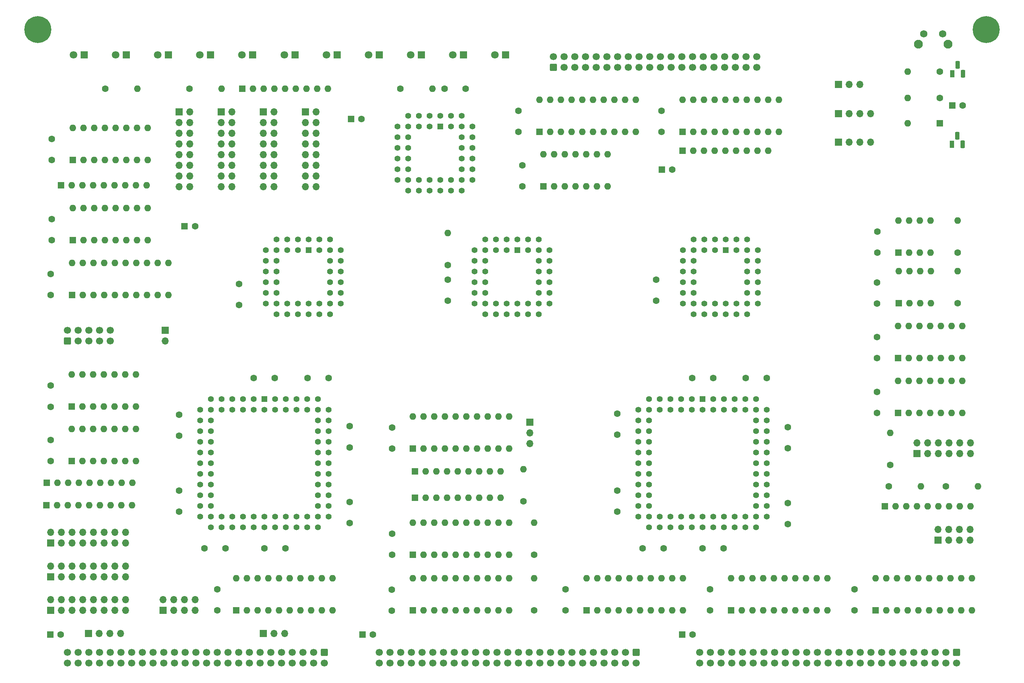
<source format=gbr>
%TF.GenerationSoftware,KiCad,Pcbnew,(6.0.11)*%
%TF.CreationDate,2023-11-15T19:52:28-05:00*%
%TF.ProjectId,Slick,536c6963-6b2e-46b6-9963-61645f706362,rev?*%
%TF.SameCoordinates,Original*%
%TF.FileFunction,Soldermask,Bot*%
%TF.FilePolarity,Negative*%
%FSLAX46Y46*%
G04 Gerber Fmt 4.6, Leading zero omitted, Abs format (unit mm)*
G04 Created by KiCad (PCBNEW (6.0.11)) date 2023-11-15 19:52:28*
%MOMM*%
%LPD*%
G01*
G04 APERTURE LIST*
G04 Aperture macros list*
%AMRoundRect*
0 Rectangle with rounded corners*
0 $1 Rounding radius*
0 $2 $3 $4 $5 $6 $7 $8 $9 X,Y pos of 4 corners*
0 Add a 4 corners polygon primitive as box body*
4,1,4,$2,$3,$4,$5,$6,$7,$8,$9,$2,$3,0*
0 Add four circle primitives for the rounded corners*
1,1,$1+$1,$2,$3*
1,1,$1+$1,$4,$5*
1,1,$1+$1,$6,$7*
1,1,$1+$1,$8,$9*
0 Add four rect primitives between the rounded corners*
20,1,$1+$1,$2,$3,$4,$5,0*
20,1,$1+$1,$4,$5,$6,$7,0*
20,1,$1+$1,$6,$7,$8,$9,0*
20,1,$1+$1,$8,$9,$2,$3,0*%
G04 Aperture macros list end*
%ADD10RoundRect,0.250000X-0.600000X0.600000X-0.600000X-0.600000X0.600000X-0.600000X0.600000X0.600000X0*%
%ADD11C,1.700000*%
%ADD12C,1.600000*%
%ADD13R,1.600000X1.600000*%
%ADD14R,1.800000X1.800000*%
%ADD15C,1.800000*%
%ADD16O,1.600000X1.600000*%
%ADD17C,6.400000*%
%ADD18R,1.700000X1.700000*%
%ADD19O,1.700000X1.700000*%
%ADD20R,1.422400X1.422400*%
%ADD21C,1.422400*%
%ADD22RoundRect,0.250000X0.600000X-0.600000X0.600000X0.600000X-0.600000X0.600000X-0.600000X-0.600000X0*%
%ADD23C,2.100000*%
%ADD24C,1.750000*%
%ADD25R,1.100000X1.800000*%
%ADD26RoundRect,0.275000X-0.275000X-0.625000X0.275000X-0.625000X0.275000X0.625000X-0.275000X0.625000X0*%
G04 APERTURE END LIST*
D10*
%TO.C,P1*%
X108000000Y-223000000D03*
D11*
X108000000Y-225540000D03*
X105460000Y-223000000D03*
X105460000Y-225540000D03*
X102920000Y-223000000D03*
X102920000Y-225540000D03*
X100380000Y-223000000D03*
X100380000Y-225540000D03*
X97840000Y-223000000D03*
X97840000Y-225540000D03*
X95300000Y-223000000D03*
X95300000Y-225540000D03*
X92760000Y-223000000D03*
X92760000Y-225540000D03*
X90220000Y-223000000D03*
X90220000Y-225540000D03*
X87680000Y-223000000D03*
X87680000Y-225540000D03*
X85140000Y-223000000D03*
X85140000Y-225540000D03*
X82600000Y-223000000D03*
X82600000Y-225540000D03*
X80060000Y-223000000D03*
X80060000Y-225540000D03*
X77520000Y-223000000D03*
X77520000Y-225540000D03*
X74980000Y-223000000D03*
X74980000Y-225540000D03*
X72440000Y-223000000D03*
X72440000Y-225540000D03*
X69900000Y-223000000D03*
X69900000Y-225540000D03*
X67360000Y-223000000D03*
X67360000Y-225540000D03*
X64820000Y-223000000D03*
X64820000Y-225540000D03*
X62280000Y-223000000D03*
X62280000Y-225540000D03*
X59740000Y-223000000D03*
X59740000Y-225540000D03*
X57200000Y-223000000D03*
X57200000Y-225540000D03*
X54660000Y-223000000D03*
X54660000Y-225540000D03*
X52120000Y-223000000D03*
X52120000Y-225540000D03*
X49580000Y-223000000D03*
X49580000Y-225540000D03*
X47040000Y-223000000D03*
X47040000Y-225540000D03*
%TD*%
D12*
%TO.C,C2*%
X165250000Y-208000000D03*
X165250000Y-213000000D03*
%TD*%
%TO.C,C3*%
X239125000Y-148050000D03*
X239125000Y-153050000D03*
%TD*%
%TO.C,C5*%
X124100000Y-169550000D03*
X124100000Y-174550000D03*
%TD*%
%TO.C,C8*%
X199500000Y-208000000D03*
X199500000Y-213000000D03*
%TD*%
%TO.C,C10*%
X42995000Y-159600000D03*
X42995000Y-164600000D03*
%TD*%
%TO.C,C14*%
X239250000Y-123000000D03*
X239250000Y-128000000D03*
%TD*%
%TO.C,C15*%
X137250000Y-134400000D03*
X137250000Y-139400000D03*
%TD*%
D13*
%TO.C,C25*%
X42929600Y-218750000D03*
D12*
X45429600Y-218750000D03*
%TD*%
D13*
%TO.C,C26*%
X74794900Y-121750000D03*
D12*
X77294900Y-121750000D03*
%TD*%
%TO.C,C17*%
X87750000Y-135390000D03*
X87750000Y-140390000D03*
%TD*%
%TO.C,C20*%
X124000000Y-208050000D03*
X124000000Y-213050000D03*
%TD*%
D13*
%TO.C,C27*%
X117000000Y-218750000D03*
D12*
X119500000Y-218750000D03*
%TD*%
D13*
%TO.C,C28*%
X192884700Y-218750000D03*
D12*
X195384700Y-218750000D03*
%TD*%
D13*
%TO.C,C29*%
X188044900Y-108250000D03*
D12*
X190544900Y-108250000D03*
%TD*%
D14*
%TO.C,D4*%
X81000000Y-81000000D03*
D15*
X78460000Y-81000000D03*
%TD*%
D14*
%TO.C,D5*%
X61000000Y-81000000D03*
D15*
X58460000Y-81000000D03*
%TD*%
D14*
%TO.C,D6*%
X71000000Y-81000000D03*
D15*
X68460000Y-81000000D03*
%TD*%
D14*
%TO.C,D1*%
X91000000Y-81000000D03*
D15*
X88460000Y-81000000D03*
%TD*%
D14*
%TO.C,D2*%
X101000000Y-81000000D03*
D15*
X98460000Y-81000000D03*
%TD*%
D12*
%TO.C,R5*%
X76000000Y-89000000D03*
D16*
X83620000Y-89000000D03*
%TD*%
D12*
%TO.C,R6*%
X56000000Y-89000000D03*
D16*
X63620000Y-89000000D03*
%TD*%
D13*
%TO.C,RN2*%
X241015000Y-188250000D03*
D16*
X243555000Y-188250000D03*
X246095000Y-188250000D03*
X248635000Y-188250000D03*
X251175000Y-188250000D03*
X253715000Y-188250000D03*
X256255000Y-188250000D03*
X258795000Y-188250000D03*
X261335000Y-188250000D03*
%TD*%
D13*
%TO.C,U4*%
X47995000Y-164550000D03*
D16*
X50535000Y-164550000D03*
X53075000Y-164550000D03*
X55615000Y-164550000D03*
X58155000Y-164550000D03*
X60695000Y-164550000D03*
X63235000Y-164550000D03*
X63235000Y-156930000D03*
X60695000Y-156930000D03*
X58155000Y-156930000D03*
X55615000Y-156930000D03*
X53075000Y-156930000D03*
X50535000Y-156930000D03*
X47995000Y-156930000D03*
%TD*%
D13*
%TO.C,U5*%
X128975000Y-212950000D03*
D16*
X131515000Y-212950000D03*
X134055000Y-212950000D03*
X136595000Y-212950000D03*
X139135000Y-212950000D03*
X141675000Y-212950000D03*
X144215000Y-212950000D03*
X146755000Y-212950000D03*
X149295000Y-212950000D03*
X151835000Y-212950000D03*
X151835000Y-205330000D03*
X149295000Y-205330000D03*
X146755000Y-205330000D03*
X144215000Y-205330000D03*
X141675000Y-205330000D03*
X139135000Y-205330000D03*
X136595000Y-205330000D03*
X134055000Y-205330000D03*
X131515000Y-205330000D03*
X128975000Y-205330000D03*
%TD*%
D13*
%TO.C,U6*%
X128975000Y-174550000D03*
D16*
X131515000Y-174550000D03*
X134055000Y-174550000D03*
X136595000Y-174550000D03*
X139135000Y-174550000D03*
X141675000Y-174550000D03*
X144215000Y-174550000D03*
X146755000Y-174550000D03*
X149295000Y-174550000D03*
X151835000Y-174550000D03*
X151835000Y-166930000D03*
X149295000Y-166930000D03*
X146755000Y-166930000D03*
X144215000Y-166930000D03*
X141675000Y-166930000D03*
X139135000Y-166930000D03*
X136595000Y-166930000D03*
X134055000Y-166930000D03*
X131515000Y-166930000D03*
X128975000Y-166930000D03*
%TD*%
D13*
%TO.C,U8*%
X204500000Y-213000000D03*
D16*
X207040000Y-213000000D03*
X209580000Y-213000000D03*
X212120000Y-213000000D03*
X214660000Y-213000000D03*
X217200000Y-213000000D03*
X219740000Y-213000000D03*
X222280000Y-213000000D03*
X224820000Y-213000000D03*
X227360000Y-213000000D03*
X227360000Y-205380000D03*
X224820000Y-205380000D03*
X222280000Y-205380000D03*
X219740000Y-205380000D03*
X217200000Y-205380000D03*
X214660000Y-205380000D03*
X212120000Y-205380000D03*
X209580000Y-205380000D03*
X207040000Y-205380000D03*
X204500000Y-205380000D03*
%TD*%
D13*
%TO.C,U1*%
X128975000Y-199800000D03*
D16*
X131515000Y-199800000D03*
X134055000Y-199800000D03*
X136595000Y-199800000D03*
X139135000Y-199800000D03*
X141675000Y-199800000D03*
X144215000Y-199800000D03*
X146755000Y-199800000D03*
X149295000Y-199800000D03*
X151835000Y-199800000D03*
X151835000Y-192180000D03*
X149295000Y-192180000D03*
X146755000Y-192180000D03*
X144215000Y-192180000D03*
X141675000Y-192180000D03*
X139135000Y-192180000D03*
X136595000Y-192180000D03*
X134055000Y-192180000D03*
X131515000Y-192180000D03*
X128975000Y-192180000D03*
%TD*%
D10*
%TO.C,P2*%
X182000000Y-223000000D03*
D11*
X182000000Y-225540000D03*
X179460000Y-223000000D03*
X179460000Y-225540000D03*
X176920000Y-223000000D03*
X176920000Y-225540000D03*
X174380000Y-223000000D03*
X174380000Y-225540000D03*
X171840000Y-223000000D03*
X171840000Y-225540000D03*
X169300000Y-223000000D03*
X169300000Y-225540000D03*
X166760000Y-223000000D03*
X166760000Y-225540000D03*
X164220000Y-223000000D03*
X164220000Y-225540000D03*
X161680000Y-223000000D03*
X161680000Y-225540000D03*
X159140000Y-223000000D03*
X159140000Y-225540000D03*
X156600000Y-223000000D03*
X156600000Y-225540000D03*
X154060000Y-223000000D03*
X154060000Y-225540000D03*
X151520000Y-223000000D03*
X151520000Y-225540000D03*
X148980000Y-223000000D03*
X148980000Y-225540000D03*
X146440000Y-223000000D03*
X146440000Y-225540000D03*
X143900000Y-223000000D03*
X143900000Y-225540000D03*
X141360000Y-223000000D03*
X141360000Y-225540000D03*
X138820000Y-223000000D03*
X138820000Y-225540000D03*
X136280000Y-223000000D03*
X136280000Y-225540000D03*
X133740000Y-223000000D03*
X133740000Y-225540000D03*
X131200000Y-223000000D03*
X131200000Y-225540000D03*
X128660000Y-223000000D03*
X128660000Y-225540000D03*
X126120000Y-223000000D03*
X126120000Y-225540000D03*
X123580000Y-223000000D03*
X123580000Y-225540000D03*
X121040000Y-223000000D03*
X121040000Y-225540000D03*
%TD*%
D17*
%TO.C,H2*%
X265000000Y-75000000D03*
%TD*%
D13*
%TO.C,RN1*%
X129500000Y-180000000D03*
D16*
X132040000Y-180000000D03*
X134580000Y-180000000D03*
X137120000Y-180000000D03*
X139660000Y-180000000D03*
X142200000Y-180000000D03*
X144740000Y-180000000D03*
X147280000Y-180000000D03*
X149820000Y-180000000D03*
%TD*%
D13*
%TO.C,U11*%
X87075000Y-213025000D03*
D16*
X89615000Y-213025000D03*
X92155000Y-213025000D03*
X94695000Y-213025000D03*
X97235000Y-213025000D03*
X99775000Y-213025000D03*
X102315000Y-213025000D03*
X104855000Y-213025000D03*
X107395000Y-213025000D03*
X109935000Y-213025000D03*
X109935000Y-205405000D03*
X107395000Y-205405000D03*
X104855000Y-205405000D03*
X102315000Y-205405000D03*
X99775000Y-205405000D03*
X97235000Y-205405000D03*
X94695000Y-205405000D03*
X92155000Y-205405000D03*
X89615000Y-205405000D03*
X87075000Y-205405000D03*
%TD*%
D13*
%TO.C,U16*%
X238750000Y-213000000D03*
D16*
X241290000Y-213000000D03*
X243830000Y-213000000D03*
X246370000Y-213000000D03*
X248910000Y-213000000D03*
X251450000Y-213000000D03*
X253990000Y-213000000D03*
X256530000Y-213000000D03*
X259070000Y-213000000D03*
X261610000Y-213000000D03*
X261610000Y-205380000D03*
X259070000Y-205380000D03*
X256530000Y-205380000D03*
X253990000Y-205380000D03*
X251450000Y-205380000D03*
X248910000Y-205380000D03*
X246370000Y-205380000D03*
X243830000Y-205380000D03*
X241290000Y-205380000D03*
X238750000Y-205380000D03*
%TD*%
D18*
%TO.C,J3*%
X83500000Y-94500000D03*
D19*
X86040000Y-94500000D03*
X83500000Y-97040000D03*
X86040000Y-97040000D03*
X83500000Y-99580000D03*
X86040000Y-99580000D03*
X83500000Y-102120000D03*
X86040000Y-102120000D03*
X83500000Y-104660000D03*
X86040000Y-104660000D03*
X83500000Y-107200000D03*
X86040000Y-107200000D03*
X83500000Y-109740000D03*
X86040000Y-109740000D03*
X83500000Y-112280000D03*
X86040000Y-112280000D03*
%TD*%
D18*
%TO.C,J1*%
X103500000Y-94500000D03*
D19*
X106040000Y-94500000D03*
X103500000Y-97040000D03*
X106040000Y-97040000D03*
X103500000Y-99580000D03*
X106040000Y-99580000D03*
X103500000Y-102120000D03*
X106040000Y-102120000D03*
X103500000Y-104660000D03*
X106040000Y-104660000D03*
X103500000Y-107200000D03*
X106040000Y-107200000D03*
X103500000Y-109740000D03*
X106040000Y-109740000D03*
X103500000Y-112280000D03*
X106040000Y-112280000D03*
%TD*%
D12*
%TO.C,C19*%
X42995000Y-172500000D03*
X42995000Y-177500000D03*
%TD*%
%TO.C,C16*%
X82575000Y-208025000D03*
X82575000Y-213025000D03*
%TD*%
D13*
%TO.C,U3*%
X47995000Y-177500000D03*
D16*
X50535000Y-177500000D03*
X53075000Y-177500000D03*
X55615000Y-177500000D03*
X58155000Y-177500000D03*
X60695000Y-177500000D03*
X63235000Y-177500000D03*
X63235000Y-169880000D03*
X60695000Y-169880000D03*
X58155000Y-169880000D03*
X55615000Y-169880000D03*
X53075000Y-169880000D03*
X50535000Y-169880000D03*
X47995000Y-169880000D03*
%TD*%
D17*
%TO.C,H1*%
X40000000Y-75000000D03*
%TD*%
D14*
%TO.C,D7*%
X51000000Y-81000000D03*
D15*
X48460000Y-81000000D03*
%TD*%
D10*
%TO.C,P3*%
X258000000Y-223000000D03*
D11*
X258000000Y-225540000D03*
X255460000Y-223000000D03*
X255460000Y-225540000D03*
X252920000Y-223000000D03*
X252920000Y-225540000D03*
X250380000Y-223000000D03*
X250380000Y-225540000D03*
X247840000Y-223000000D03*
X247840000Y-225540000D03*
X245300000Y-223000000D03*
X245300000Y-225540000D03*
X242760000Y-223000000D03*
X242760000Y-225540000D03*
X240220000Y-223000000D03*
X240220000Y-225540000D03*
X237680000Y-223000000D03*
X237680000Y-225540000D03*
X235140000Y-223000000D03*
X235140000Y-225540000D03*
X232600000Y-223000000D03*
X232600000Y-225540000D03*
X230060000Y-223000000D03*
X230060000Y-225540000D03*
X227520000Y-223000000D03*
X227520000Y-225540000D03*
X224980000Y-223000000D03*
X224980000Y-225540000D03*
X222440000Y-223000000D03*
X222440000Y-225540000D03*
X219900000Y-223000000D03*
X219900000Y-225540000D03*
X217360000Y-223000000D03*
X217360000Y-225540000D03*
X214820000Y-223000000D03*
X214820000Y-225540000D03*
X212280000Y-223000000D03*
X212280000Y-225540000D03*
X209740000Y-223000000D03*
X209740000Y-225540000D03*
X207200000Y-223000000D03*
X207200000Y-225540000D03*
X204660000Y-223000000D03*
X204660000Y-225540000D03*
X202120000Y-223000000D03*
X202120000Y-225540000D03*
X199580000Y-223000000D03*
X199580000Y-225540000D03*
X197040000Y-223000000D03*
X197040000Y-225540000D03*
%TD*%
D20*
%TO.C,U13*%
X197750000Y-162760000D03*
D21*
X197750000Y-165300000D03*
X195210000Y-162760000D03*
X195210000Y-165300000D03*
X192670000Y-162760000D03*
X192670000Y-165300000D03*
X190130000Y-162760000D03*
X190130000Y-165300000D03*
X187590000Y-162760000D03*
X187590000Y-165300000D03*
X185050000Y-162760000D03*
X182510000Y-165300000D03*
X185050000Y-165300000D03*
X182510000Y-167840000D03*
X185050000Y-167840000D03*
X182510000Y-170380000D03*
X185050000Y-170380000D03*
X182510000Y-172920000D03*
X185050000Y-172920000D03*
X182510000Y-175460000D03*
X185050000Y-175460000D03*
X182510000Y-178000000D03*
X185050000Y-178000000D03*
X182510000Y-180540000D03*
X185050000Y-180540000D03*
X182510000Y-183080000D03*
X185050000Y-183080000D03*
X182510000Y-185620000D03*
X185050000Y-185620000D03*
X182510000Y-188160000D03*
X185050000Y-188160000D03*
X182510000Y-190700000D03*
X185050000Y-193240000D03*
X185050000Y-190700000D03*
X187590000Y-193240000D03*
X187590000Y-190700000D03*
X190130000Y-193240000D03*
X190130000Y-190700000D03*
X192670000Y-193240000D03*
X192670000Y-190700000D03*
X195210000Y-193240000D03*
X195210000Y-190700000D03*
X197750000Y-193240000D03*
X197750000Y-190700000D03*
X200290000Y-193240000D03*
X200290000Y-190700000D03*
X202830000Y-193240000D03*
X202830000Y-190700000D03*
X205370000Y-193240000D03*
X205370000Y-190700000D03*
X207910000Y-193240000D03*
X207910000Y-190700000D03*
X210450000Y-193240000D03*
X212990000Y-190700000D03*
X210450000Y-190700000D03*
X212990000Y-188160000D03*
X210450000Y-188160000D03*
X212990000Y-185620000D03*
X210450000Y-185620000D03*
X212990000Y-183080000D03*
X210450000Y-183080000D03*
X212990000Y-180540000D03*
X210450000Y-180540000D03*
X212990000Y-178000000D03*
X210450000Y-178000000D03*
X212990000Y-175460000D03*
X210450000Y-175460000D03*
X212990000Y-172920000D03*
X210450000Y-172920000D03*
X212990000Y-170380000D03*
X210450000Y-170380000D03*
X212990000Y-167840000D03*
X210450000Y-167840000D03*
X212990000Y-165300000D03*
X210450000Y-162760000D03*
X210450000Y-165300000D03*
X207910000Y-162760000D03*
X207910000Y-165300000D03*
X205370000Y-162760000D03*
X205370000Y-165300000D03*
X202830000Y-162760000D03*
X202830000Y-165300000D03*
X200290000Y-162760000D03*
X200290000Y-165300000D03*
%TD*%
D12*
%TO.C,C36*%
X188000000Y-94250000D03*
X188000000Y-99250000D03*
%TD*%
%TO.C,C38*%
X124075000Y-194800000D03*
X124075000Y-199800000D03*
%TD*%
D13*
%TO.C,C46*%
X114294900Y-96250000D03*
D12*
X116794900Y-96250000D03*
%TD*%
D14*
%TO.C,D8*%
X121000000Y-81000000D03*
D15*
X118460000Y-81000000D03*
%TD*%
D14*
%TO.C,D10*%
X131000000Y-81000000D03*
D15*
X128460000Y-81000000D03*
%TD*%
D12*
%TO.C,R21*%
X126000000Y-89000000D03*
D16*
X133620000Y-89000000D03*
%TD*%
D13*
%TO.C,U17*%
X244125000Y-166050000D03*
D16*
X246665000Y-166050000D03*
X249205000Y-166050000D03*
X251745000Y-166050000D03*
X254285000Y-166050000D03*
X256825000Y-166050000D03*
X259365000Y-166050000D03*
X259365000Y-158430000D03*
X256825000Y-158430000D03*
X254285000Y-158430000D03*
X251745000Y-158430000D03*
X249205000Y-158430000D03*
X246665000Y-158430000D03*
X244125000Y-158430000D03*
%TD*%
D20*
%TO.C,U19*%
X153750000Y-127400000D03*
D21*
X151210000Y-124860000D03*
X151210000Y-127400000D03*
X148670000Y-124860000D03*
X148670000Y-127400000D03*
X146130000Y-124860000D03*
X143590000Y-127400000D03*
X146130000Y-127400000D03*
X143590000Y-129940000D03*
X146130000Y-129940000D03*
X143590000Y-132480000D03*
X146130000Y-132480000D03*
X143590000Y-135020000D03*
X146130000Y-135020000D03*
X143590000Y-137560000D03*
X146130000Y-137560000D03*
X143590000Y-140100000D03*
X146130000Y-142640000D03*
X146130000Y-140100000D03*
X148670000Y-142640000D03*
X148670000Y-140100000D03*
X151210000Y-142640000D03*
X151210000Y-140100000D03*
X153750000Y-142640000D03*
X153750000Y-140100000D03*
X156290000Y-142640000D03*
X156290000Y-140100000D03*
X158830000Y-142640000D03*
X161370000Y-140100000D03*
X158830000Y-140100000D03*
X161370000Y-137560000D03*
X158830000Y-137560000D03*
X161370000Y-135020000D03*
X158830000Y-135020000D03*
X161370000Y-132480000D03*
X158830000Y-132480000D03*
X161370000Y-129940000D03*
X158830000Y-129940000D03*
X161370000Y-127400000D03*
X158830000Y-124860000D03*
X158830000Y-127400000D03*
X156290000Y-124860000D03*
X156290000Y-127400000D03*
X153750000Y-124860000D03*
%TD*%
D20*
%TO.C,U7*%
X104250000Y-127390000D03*
D21*
X101710000Y-124850000D03*
X101710000Y-127390000D03*
X99170000Y-124850000D03*
X99170000Y-127390000D03*
X96630000Y-124850000D03*
X94090000Y-127390000D03*
X96630000Y-127390000D03*
X94090000Y-129930000D03*
X96630000Y-129930000D03*
X94090000Y-132470000D03*
X96630000Y-132470000D03*
X94090000Y-135010000D03*
X96630000Y-135010000D03*
X94090000Y-137550000D03*
X96630000Y-137550000D03*
X94090000Y-140090000D03*
X96630000Y-142630000D03*
X96630000Y-140090000D03*
X99170000Y-142630000D03*
X99170000Y-140090000D03*
X101710000Y-142630000D03*
X101710000Y-140090000D03*
X104250000Y-142630000D03*
X104250000Y-140090000D03*
X106790000Y-142630000D03*
X106790000Y-140090000D03*
X109330000Y-142630000D03*
X111870000Y-140090000D03*
X109330000Y-140090000D03*
X111870000Y-137550000D03*
X109330000Y-137550000D03*
X111870000Y-135010000D03*
X109330000Y-135010000D03*
X111870000Y-132470000D03*
X109330000Y-132470000D03*
X111870000Y-129930000D03*
X109330000Y-129930000D03*
X111870000Y-127390000D03*
X109330000Y-124850000D03*
X109330000Y-127390000D03*
X106790000Y-124850000D03*
X106790000Y-127390000D03*
X104250000Y-124850000D03*
%TD*%
D18*
%TO.C,J4*%
X73500000Y-94500000D03*
D19*
X76040000Y-94500000D03*
X73500000Y-97040000D03*
X76040000Y-97040000D03*
X73500000Y-99580000D03*
X76040000Y-99580000D03*
X73500000Y-102120000D03*
X76040000Y-102120000D03*
X73500000Y-104660000D03*
X76040000Y-104660000D03*
X73500000Y-107200000D03*
X76040000Y-107200000D03*
X73500000Y-109740000D03*
X76040000Y-109740000D03*
X73500000Y-112280000D03*
X76040000Y-112280000D03*
%TD*%
D18*
%TO.C,J2*%
X93500000Y-94500000D03*
D19*
X96040000Y-94500000D03*
X93500000Y-97040000D03*
X96040000Y-97040000D03*
X93500000Y-99580000D03*
X96040000Y-99580000D03*
X93500000Y-102120000D03*
X96040000Y-102120000D03*
X93500000Y-104660000D03*
X96040000Y-104660000D03*
X93500000Y-107200000D03*
X96040000Y-107200000D03*
X93500000Y-109740000D03*
X96040000Y-109740000D03*
X93500000Y-112280000D03*
X96040000Y-112280000D03*
%TD*%
D13*
%TO.C,C1*%
X256984900Y-93000000D03*
D12*
X259484900Y-93000000D03*
%TD*%
D14*
%TO.C,D9*%
X141000000Y-81000000D03*
D15*
X138460000Y-81000000D03*
%TD*%
D14*
%TO.C,D11*%
X111000000Y-81000000D03*
D15*
X108460000Y-81000000D03*
%TD*%
D14*
%TO.C,D12*%
X151000000Y-81000000D03*
D15*
X148460000Y-81000000D03*
%TD*%
D13*
%TO.C,U24*%
X244125000Y-153050000D03*
D16*
X246665000Y-153050000D03*
X249205000Y-153050000D03*
X251745000Y-153050000D03*
X254285000Y-153050000D03*
X256825000Y-153050000D03*
X259365000Y-153050000D03*
X259365000Y-145430000D03*
X256825000Y-145430000D03*
X254285000Y-145430000D03*
X251745000Y-145430000D03*
X249205000Y-145430000D03*
X246665000Y-145430000D03*
X244125000Y-145430000D03*
%TD*%
D18*
%TO.C,JP7*%
X69700000Y-213025000D03*
D19*
X69700000Y-210485000D03*
X72240000Y-213025000D03*
X72240000Y-210485000D03*
X74780000Y-213025000D03*
X74780000Y-210485000D03*
X77320000Y-213025000D03*
X77320000Y-210485000D03*
%TD*%
D13*
%TO.C,RN4*%
X42075000Y-182700000D03*
D16*
X44615000Y-182700000D03*
X47155000Y-182700000D03*
X49695000Y-182700000D03*
X52235000Y-182700000D03*
X54775000Y-182700000D03*
X57315000Y-182700000D03*
X59855000Y-182700000D03*
X62395000Y-182700000D03*
%TD*%
D22*
%TO.C,J11*%
X162370000Y-83947500D03*
D11*
X162370000Y-81407500D03*
X164910000Y-83947500D03*
X164910000Y-81407500D03*
X167450000Y-83947500D03*
X167450000Y-81407500D03*
X169990000Y-83947500D03*
X169990000Y-81407500D03*
X172530000Y-83947500D03*
X172530000Y-81407500D03*
X175070000Y-83947500D03*
X175070000Y-81407500D03*
X177610000Y-83947500D03*
X177610000Y-81407500D03*
X180150000Y-83947500D03*
X180150000Y-81407500D03*
X182690000Y-83947500D03*
X182690000Y-81407500D03*
X185230000Y-83947500D03*
X185230000Y-81407500D03*
X187770000Y-83947500D03*
X187770000Y-81407500D03*
X190310000Y-83947500D03*
X190310000Y-81407500D03*
X192850000Y-83947500D03*
X192850000Y-81407500D03*
X195390000Y-83947500D03*
X195390000Y-81407500D03*
X197930000Y-83947500D03*
X197930000Y-81407500D03*
X200470000Y-83947500D03*
X200470000Y-81407500D03*
X203010000Y-83947500D03*
X203010000Y-81407500D03*
X205550000Y-83947500D03*
X205550000Y-81407500D03*
X208090000Y-83947500D03*
X208090000Y-81407500D03*
X210630000Y-83947500D03*
X210630000Y-81407500D03*
%TD*%
D12*
%TO.C,R10*%
X137250000Y-130900000D03*
D16*
X137250000Y-123280000D03*
%TD*%
D13*
%TO.C,RN5*%
X193000000Y-103750000D03*
D16*
X195540000Y-103750000D03*
X198080000Y-103750000D03*
X200620000Y-103750000D03*
X203160000Y-103750000D03*
X205700000Y-103750000D03*
X208240000Y-103750000D03*
X210780000Y-103750000D03*
X213320000Y-103750000D03*
%TD*%
D13*
%TO.C,U31*%
X193000000Y-99250000D03*
D16*
X195540000Y-99250000D03*
X198080000Y-99250000D03*
X200620000Y-99250000D03*
X203160000Y-99250000D03*
X205700000Y-99250000D03*
X208240000Y-99250000D03*
X210780000Y-99250000D03*
X213320000Y-99250000D03*
X215860000Y-99250000D03*
X215860000Y-91630000D03*
X213320000Y-91630000D03*
X210780000Y-91630000D03*
X208240000Y-91630000D03*
X205700000Y-91630000D03*
X203160000Y-91630000D03*
X200620000Y-91630000D03*
X198080000Y-91630000D03*
X195540000Y-91630000D03*
X193000000Y-91630000D03*
%TD*%
D18*
%TO.C,JP8*%
X229950000Y-101750000D03*
D19*
X232490000Y-101750000D03*
X235030000Y-101750000D03*
X237570000Y-101750000D03*
%TD*%
D13*
%TO.C,RN6*%
X129500000Y-186250000D03*
D16*
X132040000Y-186250000D03*
X134580000Y-186250000D03*
X137120000Y-186250000D03*
X139660000Y-186250000D03*
X142200000Y-186250000D03*
X144740000Y-186250000D03*
X147280000Y-186250000D03*
X149820000Y-186250000D03*
%TD*%
D13*
%TO.C,U33*%
X159000000Y-99250000D03*
D16*
X161540000Y-99250000D03*
X164080000Y-99250000D03*
X166620000Y-99250000D03*
X169160000Y-99250000D03*
X171700000Y-99250000D03*
X174240000Y-99250000D03*
X176780000Y-99250000D03*
X179320000Y-99250000D03*
X181860000Y-99250000D03*
X181860000Y-91630000D03*
X179320000Y-91630000D03*
X176780000Y-91630000D03*
X174240000Y-91630000D03*
X171700000Y-91630000D03*
X169160000Y-91630000D03*
X166620000Y-91630000D03*
X164080000Y-91630000D03*
X161540000Y-91630000D03*
X159000000Y-91630000D03*
%TD*%
D18*
%TO.C,JP9*%
X229975000Y-88000000D03*
D19*
X232515000Y-88000000D03*
X235055000Y-88000000D03*
%TD*%
D12*
%TO.C,C37*%
X233750000Y-208000000D03*
X233750000Y-213000000D03*
%TD*%
D13*
%TO.C,RN7*%
X45465000Y-112000000D03*
D16*
X48005000Y-112000000D03*
X50545000Y-112000000D03*
X53085000Y-112000000D03*
X55625000Y-112000000D03*
X58165000Y-112000000D03*
X60705000Y-112000000D03*
X63245000Y-112000000D03*
X65785000Y-112000000D03*
%TD*%
D13*
%TO.C,U9*%
X48250000Y-125000000D03*
D16*
X50790000Y-125000000D03*
X53330000Y-125000000D03*
X55870000Y-125000000D03*
X58410000Y-125000000D03*
X60950000Y-125000000D03*
X63490000Y-125000000D03*
X66030000Y-125000000D03*
X66030000Y-117380000D03*
X63490000Y-117380000D03*
X60950000Y-117380000D03*
X58410000Y-117380000D03*
X55870000Y-117380000D03*
X53330000Y-117380000D03*
X50790000Y-117380000D03*
X48250000Y-117380000D03*
%TD*%
D20*
%TO.C,U12*%
X93750000Y-162760000D03*
D21*
X93750000Y-165300000D03*
X91210000Y-162760000D03*
X91210000Y-165300000D03*
X88670000Y-162760000D03*
X88670000Y-165300000D03*
X86130000Y-162760000D03*
X86130000Y-165300000D03*
X83590000Y-162760000D03*
X83590000Y-165300000D03*
X81050000Y-162760000D03*
X78510000Y-165300000D03*
X81050000Y-165300000D03*
X78510000Y-167840000D03*
X81050000Y-167840000D03*
X78510000Y-170380000D03*
X81050000Y-170380000D03*
X78510000Y-172920000D03*
X81050000Y-172920000D03*
X78510000Y-175460000D03*
X81050000Y-175460000D03*
X78510000Y-178000000D03*
X81050000Y-178000000D03*
X78510000Y-180540000D03*
X81050000Y-180540000D03*
X78510000Y-183080000D03*
X81050000Y-183080000D03*
X78510000Y-185620000D03*
X81050000Y-185620000D03*
X78510000Y-188160000D03*
X81050000Y-188160000D03*
X78510000Y-190700000D03*
X81050000Y-193240000D03*
X81050000Y-190700000D03*
X83590000Y-193240000D03*
X83590000Y-190700000D03*
X86130000Y-193240000D03*
X86130000Y-190700000D03*
X88670000Y-193240000D03*
X88670000Y-190700000D03*
X91210000Y-193240000D03*
X91210000Y-190700000D03*
X93750000Y-193240000D03*
X93750000Y-190700000D03*
X96290000Y-193240000D03*
X96290000Y-190700000D03*
X98830000Y-193240000D03*
X98830000Y-190700000D03*
X101370000Y-193240000D03*
X101370000Y-190700000D03*
X103910000Y-193240000D03*
X103910000Y-190700000D03*
X106450000Y-193240000D03*
X108990000Y-190700000D03*
X106450000Y-190700000D03*
X108990000Y-188160000D03*
X106450000Y-188160000D03*
X108990000Y-185620000D03*
X106450000Y-185620000D03*
X108990000Y-183080000D03*
X106450000Y-183080000D03*
X108990000Y-180540000D03*
X106450000Y-180540000D03*
X108990000Y-178000000D03*
X106450000Y-178000000D03*
X108990000Y-175460000D03*
X106450000Y-175460000D03*
X108990000Y-172920000D03*
X106450000Y-172920000D03*
X108990000Y-170380000D03*
X106450000Y-170380000D03*
X108990000Y-167840000D03*
X106450000Y-167840000D03*
X108990000Y-165300000D03*
X106450000Y-162760000D03*
X106450000Y-165300000D03*
X103910000Y-162760000D03*
X103910000Y-165300000D03*
X101370000Y-162760000D03*
X101370000Y-165300000D03*
X98830000Y-162760000D03*
X98830000Y-165300000D03*
X96290000Y-162760000D03*
X96290000Y-165300000D03*
%TD*%
D13*
%TO.C,U22*%
X48250000Y-106000000D03*
D16*
X50790000Y-106000000D03*
X53330000Y-106000000D03*
X55870000Y-106000000D03*
X58410000Y-106000000D03*
X60950000Y-106000000D03*
X63490000Y-106000000D03*
X66030000Y-106000000D03*
X66030000Y-98380000D03*
X63490000Y-98380000D03*
X60950000Y-98380000D03*
X58410000Y-98380000D03*
X55870000Y-98380000D03*
X53330000Y-98380000D03*
X50790000Y-98380000D03*
X48250000Y-98380000D03*
%TD*%
D13*
%TO.C,U23*%
X170225000Y-213000000D03*
D16*
X172765000Y-213000000D03*
X175305000Y-213000000D03*
X177845000Y-213000000D03*
X180385000Y-213000000D03*
X182925000Y-213000000D03*
X185465000Y-213000000D03*
X188005000Y-213000000D03*
X190545000Y-213000000D03*
X193085000Y-213000000D03*
X193085000Y-205380000D03*
X190545000Y-205380000D03*
X188005000Y-205380000D03*
X185465000Y-205380000D03*
X182925000Y-205380000D03*
X180385000Y-205380000D03*
X177845000Y-205380000D03*
X175305000Y-205380000D03*
X172765000Y-205380000D03*
X170225000Y-205380000D03*
%TD*%
D13*
%TO.C,U32*%
X244250000Y-140000000D03*
D16*
X246790000Y-140000000D03*
X249330000Y-140000000D03*
X251870000Y-140000000D03*
X251870000Y-132380000D03*
X249330000Y-132380000D03*
X246790000Y-132380000D03*
X244250000Y-132380000D03*
%TD*%
D12*
%TO.C,C30*%
X43250000Y-101000000D03*
X43250000Y-106000000D03*
%TD*%
%TO.C,C31*%
X154000000Y-94250000D03*
X154000000Y-99250000D03*
%TD*%
%TO.C,C32*%
X43250000Y-120000000D03*
X43250000Y-125000000D03*
%TD*%
%TO.C,C33*%
X239125000Y-135050000D03*
X239125000Y-140050000D03*
%TD*%
%TO.C,C34*%
X239125000Y-161050000D03*
X239125000Y-166050000D03*
%TD*%
%TO.C,C35*%
X136500000Y-89000000D03*
X141500000Y-89000000D03*
%TD*%
D20*
%TO.C,U14*%
X135500000Y-98000000D03*
D21*
X132960000Y-95460000D03*
X132960000Y-98000000D03*
X130420000Y-95460000D03*
X130420000Y-98000000D03*
X127880000Y-95460000D03*
X125340000Y-98000000D03*
X127880000Y-98000000D03*
X125340000Y-100540000D03*
X127880000Y-100540000D03*
X125340000Y-103080000D03*
X127880000Y-103080000D03*
X125340000Y-105620000D03*
X127880000Y-105620000D03*
X125340000Y-108160000D03*
X127880000Y-108160000D03*
X125340000Y-110700000D03*
X127880000Y-113240000D03*
X127880000Y-110700000D03*
X130420000Y-113240000D03*
X130420000Y-110700000D03*
X132960000Y-113240000D03*
X132960000Y-110700000D03*
X135500000Y-113240000D03*
X135500000Y-110700000D03*
X138040000Y-113240000D03*
X138040000Y-110700000D03*
X140580000Y-113240000D03*
X143120000Y-110700000D03*
X140580000Y-110700000D03*
X143120000Y-108160000D03*
X140580000Y-108160000D03*
X143120000Y-105620000D03*
X140580000Y-105620000D03*
X143120000Y-103080000D03*
X140580000Y-103080000D03*
X143120000Y-100540000D03*
X140580000Y-100540000D03*
X143120000Y-98000000D03*
X140580000Y-95460000D03*
X140580000Y-98000000D03*
X138040000Y-95460000D03*
X138040000Y-98000000D03*
X135500000Y-95460000D03*
%TD*%
D13*
%TO.C,U2*%
X160000000Y-112250000D03*
D16*
X162540000Y-112250000D03*
X165080000Y-112250000D03*
X167620000Y-112250000D03*
X170160000Y-112250000D03*
X172700000Y-112250000D03*
X175240000Y-112250000D03*
X175240000Y-104630000D03*
X172700000Y-104630000D03*
X170160000Y-104630000D03*
X167620000Y-104630000D03*
X165080000Y-104630000D03*
X162540000Y-104630000D03*
X160000000Y-104630000D03*
%TD*%
D13*
%TO.C,D3*%
X254000000Y-97250000D03*
D16*
X246380000Y-97250000D03*
%TD*%
D12*
%TO.C,R4*%
X254000000Y-85000000D03*
D16*
X246380000Y-85000000D03*
%TD*%
D23*
%TO.C,SW1*%
X255985000Y-78452500D03*
X248975000Y-78452500D03*
D24*
X250225000Y-75962500D03*
X254725000Y-75962500D03*
%TD*%
D12*
%TO.C,C39*%
X155000000Y-107250000D03*
X155000000Y-112250000D03*
%TD*%
D13*
%TO.C,RN9*%
X88500000Y-89000000D03*
D16*
X91040000Y-89000000D03*
X93580000Y-89000000D03*
X96120000Y-89000000D03*
X98660000Y-89000000D03*
X101200000Y-89000000D03*
X103740000Y-89000000D03*
X106280000Y-89000000D03*
X108820000Y-89000000D03*
%TD*%
D12*
%TO.C,R1*%
X258250000Y-140000000D03*
D16*
X258250000Y-132380000D03*
%TD*%
D20*
%TO.C,U18*%
X203250000Y-127400000D03*
D21*
X200710000Y-124860000D03*
X200710000Y-127400000D03*
X198170000Y-124860000D03*
X198170000Y-127400000D03*
X195630000Y-124860000D03*
X193090000Y-127400000D03*
X195630000Y-127400000D03*
X193090000Y-129940000D03*
X195630000Y-129940000D03*
X193090000Y-132480000D03*
X195630000Y-132480000D03*
X193090000Y-135020000D03*
X195630000Y-135020000D03*
X193090000Y-137560000D03*
X195630000Y-137560000D03*
X193090000Y-140100000D03*
X195630000Y-142640000D03*
X195630000Y-140100000D03*
X198170000Y-142640000D03*
X198170000Y-140100000D03*
X200710000Y-142640000D03*
X200710000Y-140100000D03*
X203250000Y-142640000D03*
X203250000Y-140100000D03*
X205790000Y-142640000D03*
X205790000Y-140100000D03*
X208330000Y-142640000D03*
X210870000Y-140100000D03*
X208330000Y-140100000D03*
X210870000Y-137560000D03*
X208330000Y-137560000D03*
X210870000Y-135020000D03*
X208330000Y-135020000D03*
X210870000Y-132480000D03*
X208330000Y-132480000D03*
X210870000Y-129940000D03*
X208330000Y-129940000D03*
X210870000Y-127400000D03*
X208330000Y-124860000D03*
X208330000Y-127400000D03*
X205790000Y-124860000D03*
X205790000Y-127400000D03*
X203250000Y-124860000D03*
%TD*%
D18*
%TO.C,JP6*%
X229950000Y-95000000D03*
D19*
X232490000Y-95000000D03*
X235030000Y-95000000D03*
X237570000Y-95000000D03*
%TD*%
D12*
%TO.C,C24*%
X186750000Y-134400000D03*
X186750000Y-139400000D03*
%TD*%
D18*
%TO.C,P4*%
X52018000Y-218500000D03*
D19*
X54558000Y-218500000D03*
X57098000Y-218500000D03*
X59638000Y-218500000D03*
%TD*%
D12*
%TO.C,C49*%
X114000000Y-192250000D03*
X114000000Y-187250000D03*
%TD*%
%TO.C,C45*%
X91250000Y-157750000D03*
X96250000Y-157750000D03*
%TD*%
%TO.C,C41*%
X93750000Y-198250000D03*
X98750000Y-198250000D03*
%TD*%
D18*
%TO.C,J8*%
X248650000Y-175750000D03*
D19*
X248650000Y-173210000D03*
X251190000Y-175750000D03*
X251190000Y-173210000D03*
X253730000Y-175750000D03*
X253730000Y-173210000D03*
X256270000Y-175750000D03*
X256270000Y-173210000D03*
X258810000Y-175750000D03*
X258810000Y-173210000D03*
X261350000Y-175750000D03*
X261350000Y-173210000D03*
%TD*%
D12*
%TO.C,C47*%
X104000000Y-157750000D03*
X109000000Y-157750000D03*
%TD*%
%TO.C,R3*%
X157750000Y-213000000D03*
D16*
X157750000Y-205380000D03*
%TD*%
D13*
%TO.C,RN3*%
X42060000Y-188000000D03*
D16*
X44600000Y-188000000D03*
X47140000Y-188000000D03*
X49680000Y-188000000D03*
X52220000Y-188000000D03*
X54760000Y-188000000D03*
X57300000Y-188000000D03*
X59840000Y-188000000D03*
X62380000Y-188000000D03*
%TD*%
D18*
%TO.C,JP3*%
X156750000Y-168250000D03*
D19*
X156750000Y-170790000D03*
X156750000Y-173330000D03*
%TD*%
D12*
%TO.C,R11*%
X258250000Y-128000000D03*
D16*
X258250000Y-120380000D03*
%TD*%
D12*
%TO.C,C50*%
X218000000Y-192500000D03*
X218000000Y-187500000D03*
%TD*%
D18*
%TO.C,J9*%
X253640000Y-196275000D03*
D19*
X253640000Y-193735000D03*
X256180000Y-196275000D03*
X256180000Y-193735000D03*
X258720000Y-196275000D03*
X258720000Y-193735000D03*
X261260000Y-196275000D03*
X261260000Y-193735000D03*
%TD*%
D12*
%TO.C,C51*%
X177500000Y-184500000D03*
X177500000Y-189500000D03*
%TD*%
%TO.C,C57*%
X195250000Y-157750000D03*
X200250000Y-157750000D03*
%TD*%
D18*
%TO.C,J6*%
X43050000Y-196985000D03*
D19*
X43050000Y-194445000D03*
X45590000Y-196985000D03*
X45590000Y-194445000D03*
X48130000Y-196985000D03*
X48130000Y-194445000D03*
X50670000Y-196985000D03*
X50670000Y-194445000D03*
X53210000Y-196985000D03*
X53210000Y-194445000D03*
X55750000Y-196985000D03*
X55750000Y-194445000D03*
X58290000Y-196985000D03*
X58290000Y-194445000D03*
X60830000Y-196985000D03*
X60830000Y-194445000D03*
%TD*%
D12*
%TO.C,C48*%
X73500000Y-184500000D03*
X73500000Y-189500000D03*
%TD*%
D13*
%TO.C,U27*%
X48075000Y-138050000D03*
D16*
X50615000Y-138050000D03*
X53155000Y-138050000D03*
X55695000Y-138050000D03*
X58235000Y-138050000D03*
X60775000Y-138050000D03*
X63315000Y-138050000D03*
X65855000Y-138050000D03*
X68395000Y-138050000D03*
X70935000Y-138050000D03*
X70935000Y-130430000D03*
X68395000Y-130430000D03*
X65855000Y-130430000D03*
X63315000Y-130430000D03*
X60775000Y-130430000D03*
X58235000Y-130430000D03*
X55695000Y-130430000D03*
X53155000Y-130430000D03*
X50615000Y-130430000D03*
X48075000Y-130430000D03*
%TD*%
D12*
%TO.C,C44*%
X73500000Y-166500000D03*
X73500000Y-171500000D03*
%TD*%
%TO.C,C56*%
X197750000Y-198250000D03*
X202750000Y-198250000D03*
%TD*%
%TO.C,C52*%
X177500000Y-166250000D03*
X177500000Y-171250000D03*
%TD*%
%TO.C,C40*%
X43075000Y-133050000D03*
X43075000Y-138050000D03*
%TD*%
D18*
%TO.C,J5*%
X43050000Y-205000000D03*
D19*
X43050000Y-202460000D03*
X45590000Y-205000000D03*
X45590000Y-202460000D03*
X48130000Y-205000000D03*
X48130000Y-202460000D03*
X50670000Y-205000000D03*
X50670000Y-202460000D03*
X53210000Y-205000000D03*
X53210000Y-202460000D03*
X55750000Y-205000000D03*
X55750000Y-202460000D03*
X58290000Y-205000000D03*
X58290000Y-202460000D03*
X60830000Y-205000000D03*
X60830000Y-202460000D03*
%TD*%
D13*
%TO.C,U28*%
X244200000Y-127990000D03*
D16*
X246740000Y-127990000D03*
X249280000Y-127990000D03*
X251820000Y-127990000D03*
X251820000Y-120370000D03*
X249280000Y-120370000D03*
X246740000Y-120370000D03*
X244200000Y-120370000D03*
%TD*%
D12*
%TO.C,C55*%
X188500000Y-198250000D03*
X183500000Y-198250000D03*
%TD*%
%TO.C,R7*%
X254000000Y-91250000D03*
D16*
X246380000Y-91250000D03*
%TD*%
D12*
%TO.C,C53*%
X208000000Y-157750000D03*
X213000000Y-157750000D03*
%TD*%
D25*
%TO.C,Q1*%
X256930000Y-102260000D03*
D26*
X258200000Y-100190000D03*
X259470000Y-102260000D03*
%TD*%
D12*
%TO.C,R12*%
X241940000Y-183500000D03*
D16*
X249560000Y-183500000D03*
%TD*%
D25*
%TO.C,U26*%
X257000000Y-85450000D03*
D26*
X258270000Y-83380000D03*
X259540000Y-85450000D03*
%TD*%
D22*
%TO.C,J7*%
X47000000Y-149000000D03*
D11*
X47000000Y-146460000D03*
X49540000Y-149000000D03*
X49540000Y-146460000D03*
X52080000Y-149000000D03*
X52080000Y-146460000D03*
X54620000Y-149000000D03*
X54620000Y-146460000D03*
X57160000Y-149000000D03*
X57160000Y-146460000D03*
%TD*%
D12*
%TO.C,C43*%
X114000000Y-174250000D03*
X114000000Y-169250000D03*
%TD*%
D18*
%TO.C,JP1*%
X70250000Y-146465000D03*
D19*
X70250000Y-149005000D03*
%TD*%
D18*
%TO.C,JP14*%
X93475000Y-218500000D03*
D19*
X96015000Y-218500000D03*
X98555000Y-218500000D03*
%TD*%
D12*
%TO.C,R9*%
X155250000Y-187060000D03*
D16*
X155250000Y-179440000D03*
%TD*%
D12*
%TO.C,R2*%
X157750000Y-199810000D03*
D16*
X157750000Y-192190000D03*
%TD*%
D12*
%TO.C,C54*%
X218000000Y-174500000D03*
X218000000Y-169500000D03*
%TD*%
%TO.C,R8*%
X242250000Y-178475000D03*
D16*
X242250000Y-170855000D03*
%TD*%
D12*
%TO.C,C42*%
X84500000Y-198250000D03*
X79500000Y-198250000D03*
%TD*%
D18*
%TO.C,J12*%
X43050000Y-213025000D03*
D19*
X43050000Y-210485000D03*
X45590000Y-213025000D03*
X45590000Y-210485000D03*
X48130000Y-213025000D03*
X48130000Y-210485000D03*
X50670000Y-213025000D03*
X50670000Y-210485000D03*
X53210000Y-213025000D03*
X53210000Y-210485000D03*
X55750000Y-213025000D03*
X55750000Y-210485000D03*
X58290000Y-213025000D03*
X58290000Y-210485000D03*
X60830000Y-213025000D03*
X60830000Y-210485000D03*
%TD*%
D12*
%TO.C,R13*%
X255440000Y-183500000D03*
D16*
X263060000Y-183500000D03*
%TD*%
M02*

</source>
